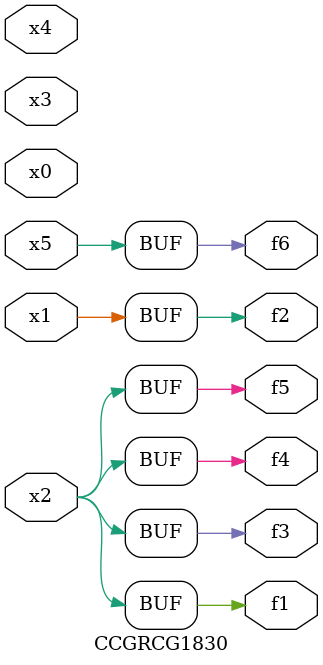
<source format=v>
module CCGRCG1830(
	input x0, x1, x2, x3, x4, x5,
	output f1, f2, f3, f4, f5, f6
);
	assign f1 = x2;
	assign f2 = x1;
	assign f3 = x2;
	assign f4 = x2;
	assign f5 = x2;
	assign f6 = x5;
endmodule

</source>
